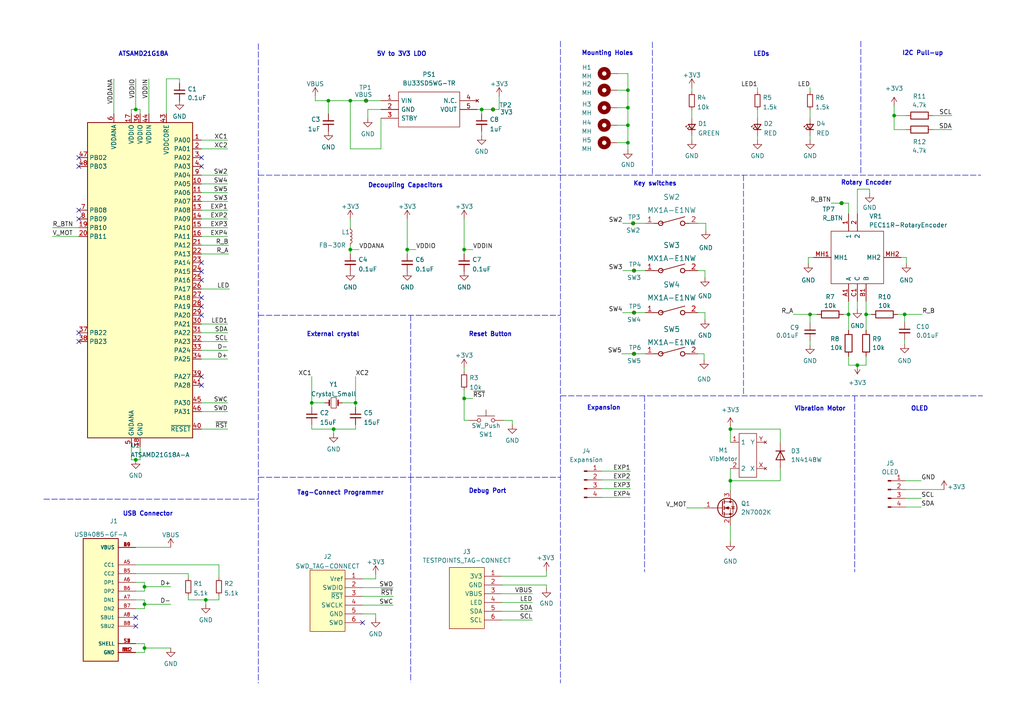
<source format=kicad_sch>
(kicad_sch (version 20211123) (generator eeschema)
  (paper "A4")
  (junction (at 211.836 124.46))
  (junction (at 39.37 31.75))
  (junction (at 41.91 187.96))
  (junction (at 96.774 124.46))
  (junction (at 262.382 91.186))
  (junction (at 101.6 72.39))
  (junction (at 182.118 31.242))
  (junction (at 106.172 29.21))
  (junction (at 182.118 36.322))
  (junction (at 90.424 116.84))
  (junction (at 183.896 78.486))
  (junction (at 259.334 33.528))
  (junction (at 182.118 26.162))
  (junction (at 183.896 102.616))
  (junction (at 182.118 41.402))
  (junction (at 183.896 90.678))
  (junction (at 95.25 29.21))
  (junction (at 41.91 170.18))
  (junction (at 251.206 91.186))
  (junction (at 246.126 91.186))
  (junction (at 101.6 29.21))
  (junction (at 183.642 64.77))
  (junction (at 211.836 139.446))
  (junction (at 248.666 105.918))
  (junction (at 134.62 72.39))
  (junction (at 134.62 115.57))
  (junction (at 143.002 31.75))
  (junction (at 234.95 91.186))
  (junction (at 118.11 72.39))
  (junction (at 244.094 58.928))
  (junction (at 39.37 133.35))
  (junction (at 139.7 31.75))
  (junction (at 103.124 116.84))
  (junction (at 59.69 173.99))
  (junction (at 41.91 175.26))
  (no_connect (at 58.42 91.44))
  (no_connect (at 58.42 78.74))
  (no_connect (at 58.42 76.2))
  (no_connect (at 58.42 81.28))
  (no_connect (at 58.42 48.26))
  (no_connect (at 58.42 45.72))
  (no_connect (at 105.156 180.594))
  (no_connect (at 58.42 109.22))
  (no_connect (at 58.42 111.76))
  (no_connect (at 22.86 99.06))
  (no_connect (at 22.86 96.52))
  (no_connect (at 39.37 181.61))
  (no_connect (at 39.37 179.07))
  (no_connect (at 22.86 45.72))
  (no_connect (at 22.86 60.96))
  (no_connect (at 22.86 48.26))
  (no_connect (at 22.86 63.5))
  (no_connect (at 58.42 86.36))
  (no_connect (at 58.42 88.9))
  (wire (pts (xy 58.42 93.98) (xy 66.04 93.98)))
  (wire (pts (xy 48.26 22.86) (xy 48.26 33.02)))
  (wire (pts (xy 183.642 64.77) (xy 187.198 64.77)))
  (wire (pts (xy 248.666 54.864) (xy 252.222 54.864)))
  (wire (pts (xy 200.66 39.37) (xy 200.66 40.64)))
  (wire (pts (xy 40.64 31.75) (xy 39.37 31.75)))
  (wire (pts (xy 41.91 176.53) (xy 39.37 176.53)))
  (wire (pts (xy 179.07 21.336) (xy 182.118 21.336)))
  (polyline (pts (xy 74.93 91.44) (xy 162.56 91.44)))
  (wire (pts (xy 54.61 166.37) (xy 54.61 167.64)))
  (wire (pts (xy 180.594 78.486) (xy 183.896 78.486)))
  (wire (pts (xy 183.896 102.616) (xy 187.198 102.616)))
  (polyline (pts (xy 119.126 91.44) (xy 119.126 138.43)))
  (wire (pts (xy 182.118 26.162) (xy 182.118 31.242)))
  (wire (pts (xy 134.62 113.03) (xy 134.62 115.57)))
  (wire (pts (xy 183.896 90.678) (xy 187.198 90.678)))
  (wire (pts (xy 91.44 29.21) (xy 95.25 29.21)))
  (wire (pts (xy 241.046 58.928) (xy 244.094 58.928)))
  (polyline (pts (xy 162.56 114.808) (xy 284.988 114.808)))
  (wire (pts (xy 204.47 90.678) (xy 204.47 92.71)))
  (wire (pts (xy 105.156 172.974) (xy 114.046 172.974)))
  (wire (pts (xy 145.542 174.752) (xy 154.432 174.752)))
  (wire (pts (xy 58.42 60.96) (xy 66.04 60.96)))
  (wire (pts (xy 106.68 31.75) (xy 110.49 31.75)))
  (wire (pts (xy 39.37 173.99) (xy 41.91 173.99)))
  (wire (pts (xy 95.25 29.21) (xy 95.25 33.02)))
  (wire (pts (xy 183.896 78.486) (xy 187.198 78.486)))
  (wire (pts (xy 96.774 124.46) (xy 90.424 124.46)))
  (wire (pts (xy 39.37 186.69) (xy 41.91 186.69)))
  (wire (pts (xy 58.42 116.84) (xy 66.04 116.84)))
  (wire (pts (xy 211.836 139.446) (xy 211.836 142.24)))
  (wire (pts (xy 145.542 177.292) (xy 154.432 177.292)))
  (wire (pts (xy 48.26 22.86) (xy 52.07 22.86)))
  (wire (pts (xy 91.44 27.94) (xy 91.44 29.21)))
  (wire (pts (xy 38.1 31.75) (xy 39.37 31.75)))
  (wire (pts (xy 262.636 139.446) (xy 267.208 139.446)))
  (wire (pts (xy 41.91 173.99) (xy 41.91 175.26)))
  (polyline (pts (xy 162.56 50.8) (xy 284.48 50.8)))
  (wire (pts (xy 182.118 41.402) (xy 182.118 43.434)))
  (wire (pts (xy 248.666 61.976) (xy 248.666 54.864)))
  (wire (pts (xy 174.498 144.272) (xy 182.88 144.272)))
  (wire (pts (xy 41.91 186.69) (xy 41.91 187.96)))
  (wire (pts (xy 230.124 91.186) (xy 234.95 91.186)))
  (polyline (pts (xy 12.7 144.78) (xy 74.93 144.78)))
  (wire (pts (xy 139.7 31.75) (xy 143.002 31.75)))
  (wire (pts (xy 134.62 115.57) (xy 137.16 115.57)))
  (wire (pts (xy 270.51 37.592) (xy 276.098 37.592)))
  (wire (pts (xy 15.24 66.04) (xy 22.86 66.04)))
  (wire (pts (xy 211.836 152.4) (xy 211.836 157.226)))
  (wire (pts (xy 101.6 72.39) (xy 101.6 73.66)))
  (wire (pts (xy 138.43 31.75) (xy 139.7 31.75)))
  (wire (pts (xy 101.6 29.21) (xy 101.6 43.18)))
  (wire (pts (xy 143.002 31.75) (xy 144.78 31.75)))
  (wire (pts (xy 58.42 53.34) (xy 66.04 53.34)))
  (wire (pts (xy 101.6 63.5) (xy 101.6 66.04)))
  (wire (pts (xy 90.424 124.46) (xy 90.424 123.19)))
  (wire (pts (xy 262.382 91.186) (xy 262.382 93.472)))
  (wire (pts (xy 174.498 136.652) (xy 182.88 136.652)))
  (wire (pts (xy 54.61 172.72) (xy 54.61 173.99)))
  (wire (pts (xy 99.314 116.84) (xy 103.124 116.84)))
  (wire (pts (xy 262.89 74.676) (xy 262.89 76.454)))
  (wire (pts (xy 234.95 93.726) (xy 234.95 91.186)))
  (wire (pts (xy 234.95 98.806) (xy 234.95 100.076)))
  (wire (pts (xy 158.496 165.608) (xy 158.496 167.132)))
  (wire (pts (xy 101.6 71.12) (xy 101.6 72.39)))
  (wire (pts (xy 58.42 96.52) (xy 66.04 96.52)))
  (wire (pts (xy 199.136 147.32) (xy 204.216 147.32)))
  (wire (pts (xy 54.61 173.99) (xy 59.69 173.99)))
  (wire (pts (xy 41.91 168.91) (xy 41.91 170.18)))
  (wire (pts (xy 148.59 121.92) (xy 148.59 123.19)))
  (wire (pts (xy 139.7 38.1) (xy 139.7 39.37)))
  (wire (pts (xy 134.62 121.92) (xy 135.89 121.92)))
  (wire (pts (xy 202.438 90.678) (xy 204.47 90.678)))
  (wire (pts (xy 40.64 133.35) (xy 40.64 129.54)))
  (polyline (pts (xy 119.126 138.43) (xy 119.126 197.866)))
  (wire (pts (xy 58.42 119.38) (xy 66.04 119.38)))
  (wire (pts (xy 246.126 91.186) (xy 246.126 95.758)))
  (wire (pts (xy 41.91 187.96) (xy 49.53 187.96)))
  (wire (pts (xy 58.42 55.88) (xy 66.04 55.88)))
  (wire (pts (xy 41.91 170.18) (xy 41.91 171.45)))
  (polyline (pts (xy 74.93 138.43) (xy 162.56 138.43)))
  (wire (pts (xy 202.438 102.616) (xy 204.216 102.616)))
  (wire (pts (xy 211.836 123.698) (xy 211.836 124.46)))
  (wire (pts (xy 158.496 167.132) (xy 145.542 167.132)))
  (wire (pts (xy 63.5 163.83) (xy 63.5 167.64)))
  (wire (pts (xy 204.724 64.77) (xy 204.724 66.802)))
  (wire (pts (xy 52.07 22.86) (xy 52.07 24.13)))
  (wire (pts (xy 41.91 171.45) (xy 39.37 171.45)))
  (wire (pts (xy 38.1 129.54) (xy 38.1 133.35)))
  (polyline (pts (xy 215.646 50.8) (xy 215.646 114.808)))
  (wire (pts (xy 146.05 121.92) (xy 148.59 121.92)))
  (wire (pts (xy 106.68 34.29) (xy 106.68 31.75)))
  (polyline (pts (xy 74.93 50.8) (xy 162.56 50.8)))
  (polyline (pts (xy 186.944 114.808) (xy 186.944 165.862)))
  (wire (pts (xy 158.496 169.672) (xy 158.496 170.688)))
  (wire (pts (xy 180.594 64.77) (xy 183.642 64.77)))
  (wire (pts (xy 39.37 133.35) (xy 40.64 133.35)))
  (wire (pts (xy 40.64 33.02) (xy 40.64 31.75)))
  (wire (pts (xy 58.42 63.5) (xy 66.04 63.5)))
  (wire (pts (xy 262.636 147.066) (xy 267.208 147.066)))
  (wire (pts (xy 244.602 91.186) (xy 246.126 91.186)))
  (wire (pts (xy 134.62 106.68) (xy 134.62 107.95)))
  (wire (pts (xy 234.442 74.676) (xy 234.442 76.454)))
  (wire (pts (xy 259.334 33.528) (xy 259.334 30.734)))
  (wire (pts (xy 234.95 91.186) (xy 236.982 91.186)))
  (wire (pts (xy 251.206 91.186) (xy 252.73 91.186)))
  (wire (pts (xy 180.594 90.678) (xy 183.896 90.678)))
  (wire (pts (xy 39.37 168.91) (xy 41.91 168.91)))
  (wire (pts (xy 202.438 64.77) (xy 204.724 64.77)))
  (wire (pts (xy 103.124 123.19) (xy 103.124 124.46)))
  (wire (pts (xy 251.206 105.918) (xy 251.206 103.378)))
  (wire (pts (xy 108.966 166.624) (xy 108.966 167.894)))
  (wire (pts (xy 103.124 116.84) (xy 103.124 118.11)))
  (wire (pts (xy 134.62 115.57) (xy 134.62 121.92)))
  (wire (pts (xy 101.6 72.39) (xy 104.14 72.39)))
  (wire (pts (xy 39.37 158.75) (xy 49.53 158.75)))
  (wire (pts (xy 105.156 178.054) (xy 108.966 178.054)))
  (wire (pts (xy 174.498 141.732) (xy 182.88 141.732)))
  (wire (pts (xy 58.42 124.46) (xy 66.04 124.46)))
  (wire (pts (xy 58.42 43.18) (xy 66.04 43.18)))
  (wire (pts (xy 262.382 98.552) (xy 262.382 99.822)))
  (wire (pts (xy 252.222 54.864) (xy 252.222 56.134)))
  (wire (pts (xy 262.636 144.526) (xy 267.208 144.526)))
  (wire (pts (xy 39.37 166.37) (xy 54.61 166.37)))
  (wire (pts (xy 204.47 78.486) (xy 204.47 80.518)))
  (wire (pts (xy 105.156 175.514) (xy 114.046 175.514)))
  (wire (pts (xy 118.11 72.39) (xy 120.65 72.39)))
  (wire (pts (xy 182.118 31.242) (xy 182.118 36.322)))
  (polyline (pts (xy 247.904 114.808) (xy 247.904 165.862)))
  (wire (pts (xy 105.156 167.894) (xy 108.966 167.894)))
  (wire (pts (xy 248.666 105.918) (xy 251.206 105.918)))
  (wire (pts (xy 145.542 172.212) (xy 154.432 172.212)))
  (wire (pts (xy 202.438 78.486) (xy 204.47 78.486)))
  (wire (pts (xy 33.02 22.86) (xy 33.02 33.02)))
  (wire (pts (xy 58.42 73.66) (xy 66.294 73.66)))
  (polyline (pts (xy 189.23 12.192) (xy 189.23 50.8)))
  (wire (pts (xy 134.62 63.5) (xy 134.62 72.39)))
  (wire (pts (xy 179.07 26.162) (xy 182.118 26.162)))
  (wire (pts (xy 211.836 135.89) (xy 211.836 139.446)))
  (wire (pts (xy 58.42 50.8) (xy 66.04 50.8)))
  (wire (pts (xy 90.424 118.11) (xy 90.424 116.84)))
  (wire (pts (xy 96.774 125.73) (xy 96.774 124.46)))
  (polyline (pts (xy 74.93 12.7) (xy 74.93 198.12)))
  (wire (pts (xy 246.126 61.976) (xy 246.126 58.928)))
  (wire (pts (xy 118.11 63.5) (xy 118.11 72.39)))
  (wire (pts (xy 38.1 33.02) (xy 38.1 31.75)))
  (wire (pts (xy 179.07 41.402) (xy 182.118 41.402)))
  (wire (pts (xy 251.206 91.186) (xy 251.206 95.758)))
  (wire (pts (xy 251.206 87.376) (xy 251.206 91.186)))
  (wire (pts (xy 179.07 36.322) (xy 182.118 36.322)))
  (wire (pts (xy 110.49 34.29) (xy 110.49 43.18)))
  (wire (pts (xy 211.836 124.46) (xy 211.836 128.27)))
  (wire (pts (xy 63.5 172.72) (xy 63.5 173.99)))
  (wire (pts (xy 58.42 66.04) (xy 66.04 66.04)))
  (wire (pts (xy 101.6 43.18) (xy 110.49 43.18)))
  (wire (pts (xy 39.37 22.86) (xy 39.37 31.75)))
  (wire (pts (xy 246.126 103.378) (xy 246.126 105.918)))
  (wire (pts (xy 270.51 33.528) (xy 276.098 33.528)))
  (wire (pts (xy 58.42 83.82) (xy 66.548 83.82)))
  (wire (pts (xy 246.126 87.376) (xy 246.126 91.186)))
  (wire (pts (xy 105.156 170.434) (xy 114.046 170.434)))
  (wire (pts (xy 139.7 31.75) (xy 139.7 33.02)))
  (wire (pts (xy 246.126 105.918) (xy 248.666 105.918)))
  (wire (pts (xy 41.91 189.23) (xy 39.37 189.23)))
  (wire (pts (xy 43.18 22.86) (xy 43.18 33.02)))
  (wire (pts (xy 106.172 29.21) (xy 110.49 29.21)))
  (wire (pts (xy 38.1 133.35) (xy 39.37 133.35)))
  (wire (pts (xy 90.424 116.84) (xy 94.234 116.84)))
  (wire (pts (xy 226.314 124.46) (xy 211.836 124.46)))
  (wire (pts (xy 262.89 37.592) (xy 259.334 37.592)))
  (wire (pts (xy 179.07 31.242) (xy 182.118 31.242)))
  (wire (pts (xy 101.6 29.21) (xy 106.172 29.21)))
  (wire (pts (xy 145.542 179.832) (xy 154.432 179.832)))
  (wire (pts (xy 204.216 102.616) (xy 204.216 104.394)))
  (wire (pts (xy 219.71 39.37) (xy 219.71 40.64)))
  (wire (pts (xy 41.91 175.26) (xy 41.91 176.53)))
  (wire (pts (xy 58.42 101.6) (xy 66.04 101.6)))
  (wire (pts (xy 41.91 170.18) (xy 49.53 170.18)))
  (wire (pts (xy 58.42 104.14) (xy 66.04 104.14)))
  (wire (pts (xy 234.95 39.37) (xy 234.95 40.64)))
  (wire (pts (xy 95.25 29.21) (xy 101.6 29.21)))
  (wire (pts (xy 235.966 74.676) (xy 234.442 74.676)))
  (wire (pts (xy 58.42 71.12) (xy 66.294 71.12)))
  (wire (pts (xy 59.69 173.99) (xy 59.69 175.26)))
  (wire (pts (xy 262.382 91.186) (xy 267.462 91.186)))
  (wire (pts (xy 15.24 68.58) (xy 22.86 68.58)))
  (wire (pts (xy 200.66 25.4) (xy 200.66 26.67)))
  (wire (pts (xy 144.78 27.94) (xy 144.78 31.75)))
  (polyline (pts (xy 249.682 11.938) (xy 249.682 50.8)))
  (wire (pts (xy 261.366 74.676) (xy 262.89 74.676)))
  (wire (pts (xy 108.966 178.054) (xy 108.966 179.324)))
  (wire (pts (xy 39.37 163.83) (xy 63.5 163.83)))
  (wire (pts (xy 182.118 36.322) (xy 182.118 41.402)))
  (wire (pts (xy 41.91 175.26) (xy 49.53 175.26)))
  (wire (pts (xy 41.91 187.96) (xy 41.91 189.23)))
  (wire (pts (xy 200.66 31.75) (xy 200.66 34.29)))
  (wire (pts (xy 118.11 72.39) (xy 118.11 73.66)))
  (wire (pts (xy 262.89 33.528) (xy 259.334 33.528)))
  (wire (pts (xy 226.314 128.27) (xy 226.314 124.46)))
  (wire (pts (xy 226.314 135.89) (xy 226.314 139.446)))
  (wire (pts (xy 145.542 169.672) (xy 158.496 169.672)))
  (wire (pts (xy 58.42 40.64) (xy 66.04 40.64)))
  (wire (pts (xy 234.95 25.4) (xy 234.95 26.67)))
  (wire (pts (xy 96.774 124.46) (xy 103.124 124.46)))
  (wire (pts (xy 134.62 72.39) (xy 137.16 72.39)))
  (wire (pts (xy 219.71 31.75) (xy 219.71 34.29)))
  (wire (pts (xy 226.314 139.446) (xy 211.836 139.446)))
  (wire (pts (xy 58.42 99.06) (xy 66.04 99.06)))
  (wire (pts (xy 182.118 21.336) (xy 182.118 26.162)))
  (wire (pts (xy 219.71 25.4) (xy 219.71 26.67)))
  (wire (pts (xy 260.35 91.186) (xy 262.382 91.186)))
  (wire (pts (xy 58.42 58.42) (xy 66.04 58.42)))
  (wire (pts (xy 262.636 141.986) (xy 273.812 141.986)))
  (wire (pts (xy 259.334 37.592) (xy 259.334 33.528)))
  (wire (pts (xy 174.498 139.192) (xy 182.88 139.192)))
  (wire (pts (xy 58.42 68.58) (xy 66.04 68.58)))
  (wire (pts (xy 90.424 109.22) (xy 90.424 116.84)))
  (polyline (pts (xy 162.56 11.938) (xy 162.56 198.12)))
  (wire (pts (xy 180.34 102.616) (xy 183.896 102.616)))
  (wire (pts (xy 244.094 58.928) (xy 246.126 58.928)))
  (wire (pts (xy 103.124 109.22) (xy 103.124 116.84)))
  (wire (pts (xy 134.62 72.39) (xy 134.62 73.66)))
  (wire (pts (xy 234.95 31.75) (xy 234.95 34.29)))
  (wire (pts (xy 59.69 173.99) (xy 63.5 173.99)))
  (wire (pts (xy 248.666 87.376) (xy 248.666 89.662)))
  (text "I2C Pull-up" (at 261.62 16.256 0) (effects (font (size 1.27 1.27) (thickness 0.254) bold) (justify left bottom)))
  (text "5V to 3V3 LDO" (at 109.22 16.51 0) (effects (font (size 1.27 1.27) (thickness 0.254) bold) (justify left bottom)))
  (text "External crystal" (at 88.9 97.79 0) (effects (font (size 1.27 1.27) (thickness 0.254) bold) (justify left bottom)))
  (text "Tag-Connect Programmer" (at 86.106 143.764 0) (effects (font (size 1.27 1.27) (thickness 0.254) bold) (justify left bottom)))
  (text "Decoupling Capacitors" (at 106.68 54.61 0) (effects (font (size 1.27 1.27) (thickness 0.254) bold) (justify left bottom)))
  (text "Mounting Holes\n" (at 168.656 16.256 0) (effects (font (size 1.27 1.27) (thickness 0.254) bold) (justify left bottom)))
  (text "Vibration Motor" (at 230.378 119.38 0) (effects (font (size 1.27 1.27) (thickness 0.254) bold) (justify left bottom)))
  (text "Key switches" (at 183.642 54.102 0) (effects (font (size 1.27 1.27) (thickness 0.254) bold) (justify left bottom)))
  (text "Expansion" (at 170.18 119.126 0) (effects (font (size 1.27 1.27) (thickness 0.254) bold) (justify left bottom)))
  (text "LEDs" (at 218.44 16.51 0) (effects (font (size 1.27 1.27) (thickness 0.254) bold) (justify left bottom)))
  (text "Rotary Encoder" (at 243.84 53.848 0) (effects (font (size 1.27 1.27) (thickness 0.254) bold) (justify left bottom)))
  (text "OLED" (at 264.16 119.38 0) (effects (font (size 1.27 1.27) (thickness 0.254) bold) (justify left bottom)))
  (text "USB Connector" (at 35.56 149.86 0) (effects (font (size 1.27 1.27) (thickness 0.254) bold) (justify left bottom)))
  (text "ATSAMD21G18A" (at 34.29 16.51 0) (effects (font (size 1.27 1.27) (thickness 0.254) bold) (justify left bottom)))
  (text "Reset Button" (at 135.89 97.79 0) (effects (font (size 1.27 1.27) (thickness 0.254) bold) (justify left bottom)))
  (text "Debug Port" (at 135.89 143.256 0) (effects (font (size 1.27 1.27) (thickness 0.254) bold) (justify left bottom)))
  (label "VDDIO" (at 39.37 22.86 270))
  (label "R_A" (at 66.294 73.66 180))
  (label "LED" (at 154.432 174.752 180))
  (label "VBUS" (at 154.432 172.212 180))
  (label "VDDIO" (at 120.65 72.39 0))
  (label "SW3" (at 180.594 78.486 180))
  (label "EXP4" (at 66.04 68.58 180))
  (label "SDA" (at 267.208 147.066 0))
  (label "EXP4" (at 182.88 144.272 180))
  (label "SCL" (at 66.04 99.06 180))
  (label "R_B" (at 66.294 71.12 180))
  (label "R_BTN" (at 241.046 58.928 180))
  (label "SDA" (at 154.432 177.292 180))
  (label "VDDANA" (at 104.14 72.39 0))
  (label "SWD" (at 66.04 119.38 180) (effects (font (size 1.2446 1.2446))))
  (label "SCL" (at 276.098 33.528 180))
  (label "V_MOT" (at 15.24 68.58 0) (effects (font (size 1.2446 1.2446))))
  (label "SWC" (at 66.04 116.84 180) (effects (font (size 1.2446 1.2446))))
  (label "R_A" (at 230.124 91.186 180))
  (label "D+" (at 66.04 104.14 180) (effects (font (size 1.2446 1.2446))))
  (label "XC2" (at 66.04 43.18 180))
  (label "SW2" (at 180.594 64.77 180))
  (label "LED1" (at 66.04 93.98 180) (effects (font (size 1.2446 1.2446))))
  (label "XC1" (at 90.424 109.22 180))
  (label "SDA" (at 66.04 96.52 180))
  (label "SCL" (at 267.208 144.526 0))
  (label "~{RST}" (at 137.16 115.57 0))
  (label "SW4" (at 66.04 53.34 180))
  (label "SWD" (at 114.046 170.434 180) (effects (font (size 1.2446 1.2446))))
  (label "VDDIN" (at 137.16 72.39 0))
  (label "R_BTN" (at 15.24 66.04 0))
  (label "SWC" (at 114.046 175.514 180) (effects (font (size 1.2446 1.2446))))
  (label "~{RST}" (at 66.04 124.46 180))
  (label "EXP1" (at 66.04 60.96 180))
  (label "EXP2" (at 182.88 139.192 180))
  (label "VDDIN" (at 43.18 22.86 270))
  (label "D+" (at 49.53 170.18 180))
  (label "EXP3" (at 66.04 66.04 180))
  (label "XC2" (at 103.124 109.22 0))
  (label "SW2" (at 66.04 50.8 180))
  (label "EXP3" (at 182.88 141.732 180))
  (label "V_MOT" (at 199.136 147.32 180))
  (label "GND" (at 267.208 139.446 0))
  (label "SW4" (at 180.594 90.678 180))
  (label "LED1" (at 219.71 25.4 180) (effects (font (size 1.2446 1.2446))))
  (label "EXP1" (at 182.88 136.652 180))
  (label "SW5" (at 66.04 55.88 180))
  (label "D-" (at 49.53 175.26 180))
  (label "EXP2" (at 66.04 63.5 180))
  (label "LED" (at 234.95 25.4 180) (effects (font (size 1.2446 1.2446))))
  (label "SW5" (at 180.34 102.616 180))
  (label "SCL" (at 154.432 179.832 180))
  (label "SW3" (at 66.04 58.42 180))
  (label "LED" (at 66.548 83.82 180) (effects (font (size 1.2446 1.2446))))
  (label "D-" (at 66.04 101.6 180) (effects (font (size 1.2446 1.2446))))
  (label "~{RST}" (at 114.046 172.974 180))
  (label "R_B" (at 267.462 91.186 0))
  (label "XC1" (at 66.04 40.64 180))
  (label "SDA" (at 276.098 37.592 180))
  (label "VDDANA" (at 33.02 22.86 270))
  (symbol (lib_id "Device:LED_Small") (at 234.95 36.83 90) (unit 1)
    (property "Reference" "D4" (at 236.728 35.858 90) (effects (justify right)))
    (property "Value" "RED" (at 236.728 38.6331 90) (effects (justify right)))
    (property "Footprint" "LED_SMD:LED_0603_1608Metric" (effects hide))
  )
  (symbol (lib_id "power:GND") (at 59.69 175.26 0) (unit 1)
    (property "Reference" "#PWR05" (effects hide))
    (property "Value" "GND" (at 59.69 179.8225 0))
  )
  (symbol (lib_id "Device:C_Small") (at 139.7 35.56 0) (unit 1)
    (property "Reference" "C8" (at 142.0241 34.6578 0) (effects (justify left)))
    (property "Value" "1uF" (at 142.0241 37.4329 0) (effects (justify left)))
    (property "Footprint" "Capacitor_SMD:C_0603_1608Metric_Pad1.08x0.95mm_HandSolder" (effects hide))
  )
  (symbol (lib_id "Device:C_Small") (at 234.95 96.266 0) (unit 1)
    (property "Reference" "C9" (at 229.108 94.996 0) (effects (justify left)))
    (property "Value" "0.01uF" (at 225.044 97.282 0) (effects (justify left)))
    (property "Footprint" "Capacitor_SMD:C_0603_1608Metric_Pad1.08x0.95mm_HandSolder" (effects hide))
  )
  (symbol (lib_name "+3V3_4") (lib_id "power:+3V3") (at 158.496 165.608 0) (unit 1)
    (property "Reference" "#PWR022" (effects hide))
    (property "Value" "+3V3" (at 158.242 161.798 0))
  )
  (symbol (lib_id "power:GND") (at 52.07 29.21 0) (unit 1)
    (property "Reference" "#PWR04" (effects hide))
    (property "Value" "GND" (at 52.07 33.7725 0))
  )
  (symbol (lib_id "power:GND") (at 139.7 39.37 0) (unit 1)
    (property "Reference" "#PWR019" (effects hide))
    (property "Value" "GND" (at 139.7 43.9325 0))
  )
  (symbol (lib_id "Mechanical:MountingHole_Pad") (at 176.53 41.402 90) (unit 1)
    (property "Reference" "H5" (at 170.18 40.64 90))
    (property "Value" "MH" (at 170.18 43.18 90))
    (property "Footprint" "MountingHole:MountingHole_2.7mm_M2.5_DIN965_Pad" (effects hide))
  )
  (symbol (lib_id "MX1A-E1NW:MX1A-E1NW") (at 187.198 102.616 0) (unit 1)
    (property "Reference" "SW5" (at 194.818 95.504 0) (effects (font (size 1.524 1.524))))
    (property "Value" "MX1A-E1NW" (at 194.818 99.314 0) (effects (font (size 1.524 1.524))))
    (property "Footprint" "MX1A-E1NW:MX1A-E1NW" (effects hide))
  )
  (symbol (lib_id "power:+3V3") (at 101.6 63.5 0) (unit 1)
    (property "Reference" "#PWR09" (effects hide))
    (property "Value" "+3V3" (at 101.6 59.8955 0))
  )
  (symbol (lib_id "power:VBUS") (at 91.44 27.94 0) (unit 1)
    (property "Reference" "#PWR06" (effects hide))
    (property "Value" "VBUS" (at 91.44 24.3355 0))
  )
  (symbol (lib_id "MX1A-E1NW:MX1A-E1NW") (at 187.198 78.486 0) (unit 1)
    (property "Reference" "SW3" (at 194.818 71.12 0) (effects (font (size 1.524 1.524))))
    (property "Value" "MX1A-E1NW" (at 194.818 74.93 0) (effects (font (size 1.524 1.524))))
    (property "Footprint" "MX1A-E1NW:MX1A-E1NW" (effects hide))
  )
  (symbol (lib_id "Device:R_Small") (at 219.71 29.21 0) (unit 1)
    (property "Reference" "R5" (at 221.2086 28.3015 0) (effects (justify left)))
    (property "Value" "1.5k" (at 221.2086 31.0766 0) (effects (justify left)))
    (property "Footprint" "Resistor_SMD:R_0603_1608Metric_Pad0.98x0.95mm_HandSolder" (effects hide))
  )
  (symbol (lib_id "Connector:Conn_01x04_Male") (at 169.418 139.192 0) (unit 1)
    (property "Reference" "J4" (at 170.053 130.81 0))
    (property "Value" "Expansion" (at 170.053 133.35 0))
    (property "Footprint" "Connector_PinHeader_1.00mm:PinHeader_1x04_P1.00mm_Vertical" (effects hide))
  )
  (symbol (lib_id "Device:C_Small") (at 118.11 76.2 0) (unit 1)
    (property "Reference" "C6" (at 120.4341 75.2978 0) (effects (justify left)))
    (property "Value" "0.1uF" (at 120.4341 78.0729 0) (effects (justify left)))
    (property "Footprint" "Capacitor_SMD:C_0603_1608Metric_Pad1.08x0.95mm_HandSolder" (effects hide))
  )
  (symbol (lib_name "+3V3_3") (lib_id "power:+3V3") (at 273.812 141.986 0) (unit 1)
    (property "Reference" "#PWR043" (effects hide))
    (property "Value" "+3V3" (at 277.368 141.224 0))
  )
  (symbol (lib_id "power:GND") (at 96.774 125.73 0) (unit 1)
    (property "Reference" "#PWR08" (effects hide))
    (property "Value" "GND" (at 96.774 130.2925 0))
  )
  (symbol (lib_name "GND_1") (lib_id "power:GND") (at 204.47 80.518 0) (unit 1)
    (property "Reference" "#PWR028" (effects hide))
    (property "Value" "GND" (at 204.47 85.852 0))
  )
  (symbol (lib_id "Connector:TestPoint_Small") (at 106.172 29.21 0) (unit 1)
    (property "Reference" "TP1" (at 104.14 25.4 0) (effects (justify left)))
    (property "Value" "VBUS" (at 102.87 27.432 0) (effects (justify left)))
    (property "Footprint" "TestPoint:TestPoint_Pad_D1.0mm" (effects hide))
  )
  (symbol (lib_id "power:GND") (at 200.66 40.64 0) (unit 1)
    (property "Reference" "#PWR026" (effects hide))
    (property "Value" "GND" (at 200.66 45.2025 0))
  )
  (symbol (lib_id "Diode:1N4148W") (at 226.314 132.08 270) (unit 1)
    (property "Reference" "D3" (at 229.362 130.8099 90) (effects (justify left)))
    (property "Value" "1N4148W" (at 229.362 133.3499 90) (effects (justify left)))
    (property "Footprint" "Diode_SMD:D_SOD-123" (effects hide))
    (property "Datasheet" "https://www.vishay.com/docs/85748/1n4148w.pdf" (effects hide))
  )
  (symbol (lib_id "power:GND") (at 148.59 123.19 0) (unit 1)
    (property "Reference" "#PWR021" (effects hide))
    (property "Value" "GND" (at 148.59 127.7525 0))
  )
  (symbol (lib_id "Device:C_Small") (at 95.25 35.56 0) (mirror x) (unit 1)
    (property "Reference" "C3" (at 92.9259 34.6451 0) (effects (justify right)))
    (property "Value" "1uF" (at 92.9259 37.4202 0) (effects (justify right)))
    (property "Footprint" "Capacitor_SMD:C_0603_1608Metric_Pad1.08x0.95mm_HandSolder" (effects hide))
  )
  (symbol (lib_id "Device:R") (at 266.7 33.528 90) (unit 1)
    (property "Reference" "R11" (at 266.7 27.94 90))
    (property "Value" "4.7k" (at 266.7 30.48 90))
    (property "Footprint" "Resistor_SMD:R_0603_1608Metric_Pad0.98x0.95mm_HandSolder" (effects hide))
  )
  (symbol (lib_id "MX1A-E1NW:MX1A-E1NW") (at 187.198 90.678 0) (unit 1)
    (property "Reference" "SW4" (at 194.818 82.55 0) (effects (font (size 1.524 1.524))))
    (property "Value" "MX1A-E1NW" (at 194.818 86.36 0) (effects (font (size 1.524 1.524))))
    (property "Footprint" "MX1A-E1NW:MX1A-E1NW" (effects hide))
  )
  (symbol (lib_id "power:GND") (at 219.71 40.64 0) (unit 1)
    (property "Reference" "#PWR033" (effects hide))
    (property "Value" "GND" (at 219.71 45.2025 0))
  )
  (symbol (lib_id "Device:LED_Small") (at 200.66 36.83 90) (unit 1)
    (property "Reference" "D1" (at 202.438 35.858 90) (effects (justify right)))
    (property "Value" "GREEN" (at 202.438 38.6331 90) (effects (justify right)))
    (property "Footprint" "LED_SMD:LED_0603_1608Metric" (effects hide))
  )
  (symbol (lib_id "Device:C_Small") (at 101.6 76.2 0) (unit 1)
    (property "Reference" "C4" (at 103.9241 75.2978 0) (effects (justify left)))
    (property "Value" "0.1uF" (at 103.9241 78.0729 0) (effects (justify left)))
    (property "Footprint" "Capacitor_SMD:C_0603_1608Metric_Pad1.08x0.95mm_HandSolder" (effects hide))
  )
  (symbol (lib_id "power:+3V3") (at 200.66 25.4 0) (unit 1)
    (property "Reference" "#PWR025" (effects hide))
    (property "Value" "+3V3" (at 200.66 21.7955 0))
  )
  (symbol (lib_id "Device:C_Small") (at 134.62 76.2 0) (unit 1)
    (property "Reference" "C7" (at 136.9441 75.2978 0) (effects (justify left)))
    (property "Value" "0.1uF" (at 136.9441 78.0729 0) (effects (justify left)))
    (property "Footprint" "Capacitor_SMD:C_0603_1608Metric_Pad1.08x0.95mm_HandSolder" (effects hide))
  )
  (symbol (lib_name "GND_2") (lib_id "power:GND") (at 262.89 76.454 0) (unit 1)
    (property "Reference" "#PWR042" (effects hide))
    (property "Value" "GND" (at 262.89 81.28 0))
  )
  (symbol (lib_id "power:+3V3") (at 134.62 106.68 0) (unit 1)
    (property "Reference" "#PWR018" (effects hide))
    (property "Value" "+3V3" (at 134.62 103.0755 0))
  )
  (symbol (lib_name "GND_2") (lib_id "power:GND") (at 234.442 76.454 0) (unit 1)
    (property "Reference" "#PWR034" (effects hide))
    (property "Value" "GND" (at 234.442 81.28 0))
  )
  (symbol (lib_id "power:GND") (at 118.11 78.74 0) (unit 1)
    (property "Reference" "#PWR015" (effects hide))
    (property "Value" "GND" (at 118.11 83.3025 0))
  )
  (symbol (lib_id "power:GND") (at 39.37 133.35 0) (unit 1)
    (property "Reference" "#PWR01" (effects hide))
    (property "Value" "GND" (at 39.37 137.9125 0))
  )
  (symbol (lib_id "power:GND") (at 134.62 78.74 0) (unit 1)
    (property "Reference" "#PWR017" (effects hide))
    (property "Value" "GND" (at 134.62 83.3025 0))
  )
  (symbol (lib_id "Connector:TestPoint_Small") (at 183.896 78.486 0) (unit 1)
    (property "Reference" "TP4" (at 182.372 76.708 0) (effects (justify left)))
    (property "Value" "SW3" (at 181.864 80.518 0) (effects (justify left)))
    (property "Footprint" "TestPoint:TestPoint_Pad_D1.0mm" (effects hide))
  )
  (symbol (lib_id "power:GND") (at 101.6 78.74 0) (unit 1)
    (property "Reference" "#PWR010" (effects hide))
    (property "Value" "GND" (at 101.6 83.3025 0))
  )
  (symbol (lib_name "GND_6") (lib_id "power:GND") (at 158.496 170.688 0) (unit 1)
    (property "Reference" "#PWR023" (effects hide))
    (property "Value" "GND" (at 158.496 175.006 0))
  )
  (symbol (lib_id "Device:C_Small") (at 103.124 120.65 0) (unit 1)
    (property "Reference" "C5" (at 105.4481 119.7478 0) (effects (justify left)))
    (property "Value" "15uF" (at 105.4481 122.5229 0) (effects (justify left)))
    (property "Footprint" "Capacitor_SMD:C_0603_1608Metric_Pad1.08x0.95mm_HandSolder" (effects hide))
  )
  (symbol (lib_id "Device:R") (at 240.792 91.186 90) (unit 1)
    (property "Reference" "R7" (at 240.792 86.106 90))
    (property "Value" "10k" (at 240.792 88.646 90))
    (property "Footprint" "Resistor_SMD:R_0603_1608Metric_Pad0.98x0.95mm_HandSolder" (effects hide))
  )
  (symbol (lib_id "Transistor_FET:2N7002K") (at 209.296 147.32 0) (unit 1)
    (property "Reference" "Q1" (at 214.884 146.0499 0) (effects (justify left)))
    (property "Value" "2N7002K" (at 214.884 148.5899 0) (effects (justify left)))
    (property "Footprint" "Package_TO_SOT_SMD:SOT-23" (effects hide))
    (property "Datasheet" "https://www.diodes.com/assets/Datasheets/ds30896.pdf" (effects hide))
  )
  (symbol (lib_id "Device:C_Small") (at 52.07 26.67 0) (unit 1)
    (property "Reference" "C1" (at 54.3941 25.8416 0) (effects (justify left)))
    (property "Value" "0.1uF" (at 54.3941 28.3785 0) (effects (justify left)))
    (property "Footprint" "Capacitor_SMD:C_0603_1608Metric_Pad1.08x0.95mm_HandSolder" (effects hide))
  )
  (symbol (lib_id "Device:R_Small") (at 63.5 170.18 0) (unit 1)
    (property "Reference" "R2" (at 64.9986 169.2715 0) (effects (justify left)))
    (property "Value" "5.1k" (at 64.9986 172.0466 0) (effects (justify left)))
    (property "Footprint" "Resistor_SMD:R_0603_1608Metric_Pad0.98x0.95mm_HandSolder" (effects hide))
  )
  (symbol (lib_id "Mechanical:MountingHole_Pad") (at 176.53 26.162 90) (unit 1)
    (property "Reference" "H2" (at 170.18 24.384 90))
    (property "Value" "MH" (at 170.18 26.924 90))
    (property "Footprint" "MountingHole:MountingHole_2.7mm_M2.5_DIN965_Pad" (effects hide))
  )
  (symbol (lib_id "Switch:SW_Push") (at 140.97 121.92 0) (unit 1)
    (property "Reference" "SW1" (at 140.97 126.0008 0))
    (property "Value" "SW_Push" (at 140.97 123.4639 0))
    (property "Footprint" "Button_Switch_SMD:SW_SPST_TL3305A" (effects hide))
  )
  (symbol (lib_id "Device:R_Small") (at 134.62 110.49 0) (unit 1)
    (property "Reference" "R3" (at 136.1186 109.5815 0) (effects (justify left)))
    (property "Value" "10k" (at 136.1186 112.3566 0) (effects (justify left)))
    (property "Footprint" "Resistor_SMD:R_0603_1608Metric_Pad0.98x0.95mm_HandSolder" (effects hide))
  )
  (symbol (lib_name "GND_1") (lib_id "power:GND") (at 204.724 66.802 0) (unit 1)
    (property "Reference" "#PWR030" (effects hide))
    (property "Value" "GND" (at 204.724 71.882 0))
  )
  (symbol (lib_id "MCU_Microchip_SAMD:ATSAMD21G18A-A") (at 40.64 81.28 0) (mirror y) (unit 1)
    (property "Reference" "U1" (at 37.8713 129.1495 0) (effects (justify right)))
    (property "Value" "ATSAMD21G18A-A" (at 37.8713 131.9246 0) (effects (justify right)))
    (property "Footprint" "Package_QFP:TQFP-48_7x7mm_P0.5mm" (effects hide))
    (property "Datasheet" "http://ww1.microchip.com/downloads/en/DeviceDoc/SAM_D21_DA1_Family_Data%20Sheet_DS40001882E.pdf" (effects hide))
  )
  (symbol (lib_id "Device:LED_Small") (at 219.71 36.83 90) (unit 1)
    (property "Reference" "D2" (at 221.488 35.858 90) (effects (justify right)))
    (property "Value" "RED" (at 221.488 38.6331 90) (effects (justify right)))
    (property "Footprint" "LED_SMD:LED_0603_1608Metric" (effects hide))
  )
  (symbol (lib_id "SeeedStudio_VibMotor:VibMotor") (at 216.916 133.35 0) (unit 1)
    (property "Reference" "M1" (at 209.804 130.556 0))
    (property "Value" "VibMotor" (at 209.804 133.096 0))
    (property "Footprint" "SeeedStudio_VibMotor:SeeedStudio_VibMotor" (effects hide))
  )
  (symbol (lib_id "Connector:TestPoint_Small") (at 183.896 102.616 0) (unit 1)
    (property "Reference" "TP6" (at 182.372 100.838 0) (effects (justify left)))
    (property "Value" "SW5" (at 181.864 104.648 0) (effects (justify left)))
    (property "Footprint" "TestPoint:TestPoint_Pad_D1.0mm" (effects hide))
  )
  (symbol (lib_id "hcipcb23:TESTPOINTS_TAG-CONNECT") (at 135.382 173.482 0) (unit 1)
    (property "Reference" "J3" (at 135.382 160.02 0))
    (property "Value" "TESTPOINTS_TAG-CONNECT" (at 135.382 162.56 0))
    (property "Footprint" "Connector:Tag-Connect_TC2030-IDC-NL_2x03_P1.27mm_Vertical" (effects hide))
    (property "Datasheet" "https://www.tag-connect.com/wp-content/uploads/bsk-pdf-manager/TC2030-CTX_1.pdf" (effects hide))
  )
  (symbol (lib_name "+3V3_1") (lib_id "power:+3V3") (at 211.836 123.698 0) (unit 1)
    (property "Reference" "#PWR031" (effects hide))
    (property "Value" "+3V3" (at 211.836 118.872 0))
  )
  (symbol (lib_id "Device:R") (at 266.7 37.592 90) (unit 1)
    (property "Reference" "R12" (at 266.7 41.148 90))
    (property "Value" "4.7k" (at 266.7 43.688 90))
    (property "Footprint" "Resistor_SMD:R_0603_1608Metric_Pad0.98x0.95mm_HandSolder" (effects hide))
  )
  (symbol (lib_id "Device:R") (at 246.126 99.568 180) (unit 1)
    (property "Reference" "R8" (at 240.792 98.298 0) (effects (justify right)))
    (property "Value" "10k" (at 240.792 100.838 0) (effects (justify right)))
    (property "Footprint" "Resistor_SMD:R_0603_1608Metric_Pad0.98x0.95mm_HandSolder" (effects hide))
  )
  (symbol (lib_name "GND_5") (lib_id "power:GND") (at 252.222 56.134 0) (unit 1)
    (property "Reference" "#PWR039" (effects hide))
    (property "Value" "GND" (at 252.222 60.198 0))
  )
  (symbol (lib_id "power:+3V3") (at 108.966 166.624 0) (unit 1)
    (property "Reference" "#PWR012" (effects hide))
    (property "Value" "+3V3" (at 108.966 163.0195 0))
  )
  (symbol (lib_id "hcipcb23:SWD_TAG-CONNECT") (at 94.996 174.244 0) (unit 1)
    (property "Reference" "J2" (at 94.996 161.4383 0))
    (property "Value" "SWD_TAG-CONNECT" (at 94.996 164.2134 0))
    (property "Footprint" "Connector:Tag-Connect_TC2030-IDC-FP_2x03_P1.27mm_Vertical" (effects hide))
    (property "Datasheet" "https://www.tag-connect.com/wp-content/uploads/bsk-pdf-manager/TC2030-CTX_1.pdf" (effects hide))
  )
  (symbol (lib_id "Device:R_Small") (at 200.66 29.21 0) (unit 1)
    (property "Reference" "R4" (at 202.1586 28.3015 0) (effects (justify left)))
    (property "Value" "10k" (at 202.1586 31.0766 0) (effects (justify left)))
    (property "Footprint" "Resistor_SMD:R_0603_1608Metric_Pad0.98x0.95mm_HandSolder" (effects hide))
  )
  (symbol (lib_id "BU33SD5WG-TR:BU33SD5WG-TR") (at 110.49 29.21 0) (unit 1)
    (property "Reference" "PS1" (at 124.46 21.59 0))
    (property "Value" "BU33SD5WG-TR" (at 124.46 24.13 0))
    (property "Footprint" "BU33SD5WG-TR:SOT95P280X125-5N" (effects hide))
    (property "Datasheet" "https://componentsearchengine.com/Datasheets/1/BU33SD5WG-TR.pdf" (effects hide))
    (property "Description" "LDO regulator,3.3V,0.5A,standby,SSOP5 ROHM BU33SD5WG-TR, LDO Voltage Regulator, 0.5A, 3.3 V +/-2%, 1.7  6 Vin, 5-Pin SSOP" (effects hide))
    (property "Height" "1.25" (effects hide))
    (property "Mouser Part Number" "755-BU33SD5WG-TR" (effects hide))
    (property "Mouser Price/Stock" "https://www.mouser.co.uk/ProductDetail/ROHM-Semiconductor/BU33SD5WG-TR?qs=%2FKR40Cd6GUrQDzRkUEt69Q%3D%3D" (effects hide))
    (property "Manufacturer_Name" "ROHM Semiconductor" (effects hide))
    (property "Manufacturer_Part_Number" "BU33SD5WG-TR" (effects hide))
  )
  (symbol (lib_id "Connector:TestPoint_Small") (at 183.642 64.77 0) (unit 1)
    (property "Reference" "TP3" (at 182.118 62.992 0) (effects (justify left)))
    (property "Value" "SW2" (at 181.61 66.802 0) (effects (justify left)))
    (property "Footprint" "TestPoint:TestPoint_Pad_D1.0mm" (effects hide))
  )
  (symbol (lib_id "Device:C_Small") (at 90.424 120.65 0) (unit 1)
    (property "Reference" "C2" (at 92.7481 119.7478 0) (effects (justify left)))
    (property "Value" "15uF" (at 92.7481 122.5229 0) (effects (justify left)))
    (property "Footprint" "Capacitor_SMD:C_0603_1608Metric_Pad1.08x0.95mm_HandSolder" (effects hide))
  )
  (symbol (lib_id "power:GND") (at 234.95 40.64 0) (unit 1)
    (property "Reference" "#PWR035" (effects hide))
    (property "Value" "GND" (at 234.95 45.2025 0))
  )
  (symbol (lib_id "power:GND") (at 95.25 38.1 0) (unit 1)
    (property "Reference" "#PWR07" (effects hide))
    (property "Value" "GND" (at 95.25 42.6625 0))
  )
  (symbol (lib_id "Connector:TestPoint_Small") (at 244.094 58.928 0) (unit 1)
    (property "Reference" "TP7" (at 238.506 60.706 0) (effects (justify left)))
    (property "Value" "R_BTN" (at 238.506 63.246 0) (effects (justify left)))
    (property "Footprint" "TestPoint:TestPoint_Pad_D1.0mm" (effects hide))
  )
  (symbol (lib_id "Mechanical:MountingHole_Pad") (at 176.53 21.336 90) (unit 1)
    (property "Reference" "H1" (at 170.18 19.558 90))
    (property "Value" "MH" (at 170.18 22.098 90))
    (property "Footprint" "MountingHole:MountingHole_2.7mm_M2.5_DIN965_Pad" (effects hide))
  )
  (symbol (lib_id "power:+3V3") (at 144.78 27.94 0) (unit 1)
    (property "Reference" "#PWR020" (effects hide))
    (property "Value" "+3V3" (at 144.78 24.3355 0))
  )
  (symbol (lib_id "Connector:TestPoint_Small") (at 183.896 90.678 0) (unit 1)
    (property "Reference" "TP5" (at 182.372 88.9 0) (effects (justify left)))
    (property "Value" "SW4" (at 181.864 92.71 0) (effects (justify left)))
    (property "Footprint" "TestPoint:TestPoint_Pad_D1.0mm" (effects hide))
  )
  (symbol (lib_id "Device:C_Small") (at 262.382 96.012 0) (unit 1)
    (property "Reference" "C10" (at 265.684 94.7482 0) (effects (justify left)))
    (property "Value" "0.01uF" (at 265.684 97.2882 0) (effects (justify left)))
    (property "Footprint" "Capacitor_SMD:C_0603_1608Metric_Pad1.08x0.95mm_HandSolder" (effects hide))
  )
  (symbol (lib_id "Device:R") (at 256.54 91.186 90) (unit 1)
    (property "Reference" "R10" (at 256.54 86.106 90))
    (property "Value" "10k" (at 256.54 88.646 90))
    (property "Footprint" "Resistor_SMD:R_0603_1608Metric_Pad0.98x0.95mm_HandSolder" (effects hide))
  )
  (symbol (lib_id "Device:R") (at 251.206 99.568 180) (unit 1)
    (property "Reference" "R9" (at 252.984 98.2979 0) (effects (justify right)))
    (property "Value" "10k" (at 252.984 100.8379 0) (effects (justify right)))
    (property "Footprint" "Resistor_SMD:R_0603_1608Metric_Pad0.98x0.95mm_HandSolder" (effects hide))
  )
  (symbol (lib_id "hcipcb23:USB4085-GF-A") (at 29.21 173.99 0) (mirror y) (unit 1)
    (property "Reference" "J1" (at 33.02 151.13 0))
    (property "Value" "USB4085-GF-A" (at 29.21 155.0186 0))
    (property "Footprint" "hcipcb23:GCT_USB4085-GF-A" (effects hide))
    (property "SNAPEDA_PN" "USB4085-GF-A" (effects hide))
    (property "MAXIMUM_PACKAGE_HEIGHT" "3.46 mm" (effects hide))
    (property "STANDARDD" "Manufacturer Recommendations" (effects hide))
    (property "MANUFACTURER" "Global Connector Technology" (effects hide))
    (property "PARTREV" "A4" (effects hide))
  )
  (symbol (lib_name "GND_2") (lib_id "power:GND") (at 248.666 89.662 0) (unit 1)
    (property "Reference" "#PWR037" (effects hide))
    (property "Value" "GND" (at 248.666 94.488 0))
  )
  (symbol (lib_name "+3V3_2") (lib_id "power:+3V3") (at 248.666 105.918 180) (unit 1)
    (property "Reference" "#PWR038" (effects hide))
    (property "Value" "+3V3" (at 248.666 110.998 0))
  )
  (symbol (lib_id "Mechanical:MountingHole_Pad") (at 176.53 31.242 90) (unit 1)
    (property "Reference" "H3" (at 170.18 30.226 90))
    (property "Value" "MH" (at 170.18 32.766 90))
    (property "Footprint" "MountingHole:MountingHole_2.7mm_M2.5_DIN965_Pad" (effects hide))
  )
  (symbol (lib_id "power:VBUS") (at 49.53 158.75 0) (unit 1)
    (property "Reference" "#PWR02" (effects hide))
    (property "Value" "VBUS" (at 49.53 155.1455 0))
  )
  (symbol (lib_id "power:+3V3") (at 134.62 63.5 0) (unit 1)
    (property "Reference" "#PWR016" (effects hide))
    (property "Value" "+3V3" (at 134.62 59.8955 0))
  )
  (symbol (lib_id "power:GND") (at 106.68 34.29 0) (unit 1)
    (property "Reference" "#PWR011" (effects hide))
    (property "Value" "GND" (at 106.68 38.8525 0))
  )
  (symbol (lib_id "Mechanical:MountingHole_Pad") (at 176.53 36.322 90) (unit 1)
    (property "Reference" "H4" (at 170.18 35.56 90))
    (property "Value" "MH" (at 170.18 38.1 90))
    (property "Footprint" "MountingHole:MountingHole_2.7mm_M2.5_DIN965_Pad" (effects hide))
  )
  (symbol (lib_id "power:+3V3") (at 118.11 63.5 0) (unit 1)
    (property "Reference" "#PWR014" (effects hide))
    (property "Value" "+3V3" (at 118.11 59.8955 0))
  )
  (symbol (lib_id "power:GND") (at 108.966 179.324 0) (unit 1)
    (property "Reference" "#PWR013" (effects hide))
    (property "Value" "GND" (at 108.966 183.8865 0))
  )
  (symbol (lib_id "MX1A-E1NW:MX1A-E1NW") (at 187.198 64.77 0) (unit 1)
    (property "Reference" "SW2" (at 194.818 57.15 0) (effects (font (size 1.524 1.524))))
    (property "Value" "MX1A-E1NW" (at 194.818 60.96 0) (effects (font (size 1.524 1.524))))
    (property "Footprint" "MX1A-E1NW:MX1A-E1NW" (effects hide))
  )
  (symbol (lib_id "Connector:Conn_01x04_Male") (at 257.556 141.986 0) (unit 1)
    (property "Reference" "J5" (at 258.191 134.366 0))
    (property "Value" "OLED" (at 258.191 136.906 0))
    (property "Footprint" "Connector_PinHeader_2.54mm:PinHeader_1x04_P2.54mm_Vertical" (effects hide))
  )
  (symbol (lib_name "GND_3") (lib_id "power:GND") (at 211.836 157.226 0) (unit 1)
    (property "Reference" "#PWR032" (effects hide))
    (property "Value" "GND" (at 211.836 162.814 0))
  )
  (symbol (lib_id "Device:L_Small") (at 101.6 68.58 0) (unit 1)
    (property "Reference" "L1" (at 99.06 67.31 0) (effects (justify left)))
    (property "Value" "FB-30R" (at 100.33 71.12 0) (effects (justify right)))
    (property "Footprint" "Inductor_SMD:L_0603_1608Metric" (effects hide))
    (property "Datasheet" "https://www.mouser.com/ProductDetail/Laird-Performance-Materials/MI0603K300R-10?qs=8M15sSGRUn9O65riDsnw2w%3D%3D" (effects hide))
  )
  (symbol (lib_name "GND_4") (lib_id "power:GND") (at 262.382 99.822 0) (unit 1)
    (property "Reference" "#PWR041" (effects hide))
    (property "Value" "GND" (at 262.382 104.648 0))
  )
  (symbol (lib_name "GND_1") (lib_id "power:GND") (at 204.47 92.71 0) (unit 1)
    (property "Reference" "#PWR029" (effects hide))
    (property "Value" "GND" (at 204.47 97.282 0))
  )
  (symbol (lib_name "GND_1") (lib_id "power:GND") (at 204.216 104.394 0) (unit 1)
    (property "Reference" "#PWR027" (effects hide))
    (property "Value" "GND" (at 204.216 109.982 0))
  )
  (symbol (lib_id "Device:R_Small") (at 54.61 170.18 0) (unit 1)
    (property "Reference" "R1" (at 56.1086 169.2715 0) (effects (justify left)))
    (property "Value" "5.1k" (at 56.1086 172.0466 0) (effects (justify left)))
    (property "Footprint" "Resistor_SMD:R_0603_1608Metric_Pad0.98x0.95mm_HandSolder" (effects hide))
  )
  (symbol (lib_id "PEC11R-4220F-S0024:PEC11R-4220F-S0024") (at 235.966 74.676 0) (unit 1)
    (property "Reference" "VR1" (at 254 62.738 0))
    (property "Value" "PEC11R-RotaryEncoder" (at 263.398 65.278 0))
    (property "Footprint" "PEC11R-4220F-S0024:PEC11R4220FS0024" (effects hide))
    (property "Datasheet" "https://www.bourns.com/docs/Product-Datasheets/PEC11R.pdf" (effects hide))
    (property "Description" "Bourns 24 Pulse Incremental Mechanical Rotary Encoder with a 6 mm Flat Shaft (Not Indexed), Through Hole" (effects hide))
    (property "Height" "27.5" (effects hide))
    (property "Mouser Part Number" "652-PEC11R-4220F-S24" (effects hide))
    (property "Mouser Price/Stock" "https://www.mouser.co.uk/ProductDetail/Bourns/PEC11R-4220F-S0024?qs=Zq5ylnUbLm6NGsQdib%2Ffbw%3D%3D" (effects hide))
    (property "Manufacturer_Name" "Bourns" (effects hide))
    (property "Manufacturer_Part_Number" "PEC11R-4220F-S0024" (effects hide))
  )
  (symbol (lib_name "GND_4") (lib_id "power:GND") (at 234.95 100.076 0) (unit 1)
    (property "Reference" "#PWR036" (effects hide))
    (property "Value" "GND" (at 234.95 104.648 0))
  )
  (symbol (lib_name "GND_7") (lib_id "power:GND") (at 182.118 43.434 0) (unit 1)
    (property "Reference" "#PWR024" (effects hide))
    (property "Value" "GND" (at 182.118 47.752 0))
  )
  (symbol (lib_name "+3V3_5") (lib_id "power:+3V3") (at 259.334 30.734 0) (unit 1)
    (property "Reference" "#PWR040" (effects hide))
    (property "Value" "+3V3" (at 259.334 25.654 0))
  )
  (symbol (lib_id "Device:R_Small") (at 234.95 29.21 0) (unit 1)
    (property "Reference" "R6" (at 236.4486 28.3015 0) (effects (justify left)))
    (property "Value" "1.5k" (at 236.4486 31.0766 0) (effects (justify left)))
    (property "Footprint" "Resistor_SMD:R_0603_1608Metric_Pad0.98x0.95mm_HandSolder" (effects hide))
  )
  (symbol (lib_id "Connector:TestPoint_Small") (at 143.002 31.75 0) (unit 1)
    (property "Reference" "TP2" (at 144.78 30.4799 0) (effects (justify left)))
    (property "Value" "3V3" (at 145.034 32.512 0) (effects (justify left)))
    (property "Footprint" "TestPoint:TestPoint_Pad_D1.0mm" (effects hide))
  )
  (symbol (lib_id "power:GND") (at 49.53 187.96 0) (unit 1)
    (property "Reference" "#PWR03" (effects hide))
    (property "Value" "GND" (at 49.53 192.5225 0))
  )
  (symbol (lib_id "Device:Crystal_Small") (at 96.774 116.84 180) (unit 1)
    (property "Reference" "Y1" (at 96.774 111.4765 0))
    (property "Value" "Crystal_Small" (at 96.774 114.2516 0))
    (property "Footprint" "Crystal:Crystal_SMD_3215-2Pin_3.2x1.5mm" (effects hide))
  )
)
</source>
